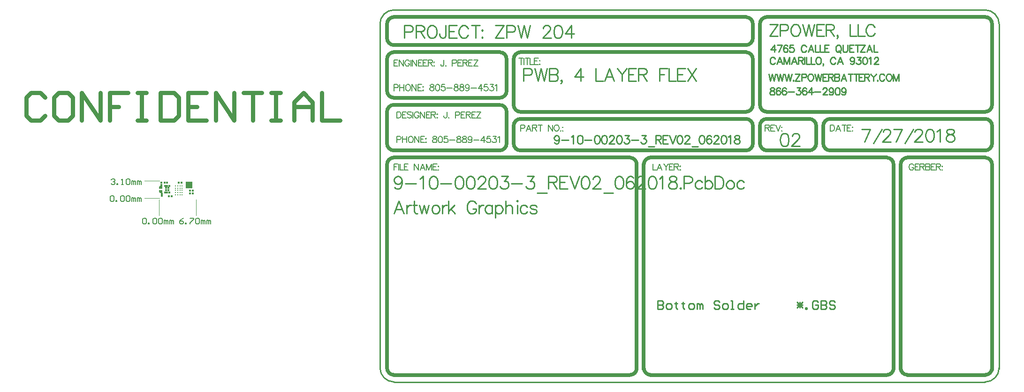
<source format=gbs>
G04*
G04 #@! TF.GenerationSoftware,Altium Limited,Altium Designer,18.1.7 (191)*
G04*
G04 Layer_Color=16711935*
%FSLAX25Y25*%
%MOIN*%
G70*
G01*
G75*
%ADD10C,0.01000*%
%ADD11C,0.02500*%
%ADD12C,0.00201*%
%ADD13C,0.00900*%
%ADD14C,0.02953*%
%ADD15C,0.00500*%
%ADD16C,0.00600*%
%ADD38R,0.01575X0.01339*%
%ADD39R,0.01378X0.01575*%
%ADD43C,0.01535*%
%ADD55C,0.00984*%
%ADD62R,0.04724X0.04724*%
%ADD63R,0.02362X0.01968*%
%ADD64C,0.01083*%
%ADD65C,0.01457*%
%ADD66C,0.01299*%
%ADD67R,0.01575X0.01575*%
%ADD68R,0.01535X0.01772*%
%ADD69R,0.01575X0.01772*%
D10*
X544894Y226738D02*
Y220740D01*
X547893D01*
X548893Y221740D01*
Y222740D01*
X547893Y223739D01*
X544894D01*
X547893D01*
X548893Y224739D01*
Y225739D01*
X547893Y226738D01*
X544894D01*
X551892Y220740D02*
X553891D01*
X554891Y221740D01*
Y223739D01*
X553891Y224739D01*
X551892D01*
X550892Y223739D01*
Y221740D01*
X551892Y220740D01*
X557890Y225739D02*
Y224739D01*
X556890D01*
X558890D01*
X557890D01*
Y221740D01*
X558890Y220740D01*
X562888Y225739D02*
Y224739D01*
X561889D01*
X563888D01*
X562888D01*
Y221740D01*
X563888Y220740D01*
X567887D02*
X569886D01*
X570886Y221740D01*
Y223739D01*
X569886Y224739D01*
X567887D01*
X566887Y223739D01*
Y221740D01*
X567887Y220740D01*
X572885D02*
Y224739D01*
X573885D01*
X574885Y223739D01*
Y220740D01*
Y223739D01*
X575884Y224739D01*
X576884Y223739D01*
Y220740D01*
X588880Y225739D02*
X587881Y226738D01*
X585881D01*
X584881Y225739D01*
Y224739D01*
X585881Y223739D01*
X587881D01*
X588880Y222740D01*
Y221740D01*
X587881Y220740D01*
X585881D01*
X584881Y221740D01*
X591879Y220740D02*
X593879D01*
X594878Y221740D01*
Y223739D01*
X593879Y224739D01*
X591879D01*
X590879Y223739D01*
Y221740D01*
X591879Y220740D01*
X596877D02*
X598877D01*
X597877D01*
Y226738D01*
X596877D01*
X605875D02*
Y220740D01*
X602876D01*
X601876Y221740D01*
Y223739D01*
X602876Y224739D01*
X605875D01*
X610873Y220740D02*
X608874D01*
X607874Y221740D01*
Y223739D01*
X608874Y224739D01*
X610873D01*
X611873Y223739D01*
Y222740D01*
X607874D01*
X613872Y224739D02*
Y220740D01*
Y222740D01*
X614872Y223739D01*
X615871Y224739D01*
X616871D01*
X643862Y225739D02*
X647861Y221740D01*
X643862D02*
X647861Y225739D01*
X643862Y223739D02*
X647861D01*
X645862Y221740D02*
Y225739D01*
X649860Y220740D02*
Y221740D01*
X650860D01*
Y220740D01*
X649860D01*
X658857Y225739D02*
X657858Y226738D01*
X655859D01*
X654859Y225739D01*
Y221740D01*
X655859Y220740D01*
X657858D01*
X658857Y221740D01*
Y223739D01*
X656858D01*
X660857Y226738D02*
Y220740D01*
X663856D01*
X664856Y221740D01*
Y222740D01*
X663856Y223739D01*
X660857D01*
X663856D01*
X664856Y224739D01*
Y225739D01*
X663856Y226738D01*
X660857D01*
X670854Y225739D02*
X669854Y226738D01*
X667855D01*
X666855Y225739D01*
Y224739D01*
X667855Y223739D01*
X669854D01*
X670854Y222740D01*
Y221740D01*
X669854Y220740D01*
X667855D01*
X666855Y221740D01*
X787532Y423682D02*
G03*
X777532Y433682I-10000J0D01*
G01*
Y168921D02*
G03*
X787532Y178921I0J10000D01*
G01*
X347532Y179022D02*
G03*
X357455Y168923I10100J0D01*
G01*
X357532Y433682D02*
G03*
X347532Y423682I0J-10000D01*
G01*
X357532Y168922D02*
X777532D01*
X357532Y433682D02*
X777532D01*
X787532Y178236D02*
Y423682D01*
X347532Y178727D02*
Y423682D01*
D11*
X530032Y323682D02*
G03*
X525032Y328682I-5000J0D01*
G01*
X525148Y173921D02*
G03*
X530030Y178889I84J4800D01*
G01*
X540032Y328682D02*
G03*
X535032Y323682I0J-5000D01*
G01*
Y178921D02*
G03*
X539944Y173922I5000J0D01*
G01*
X712532Y323682D02*
G03*
X707532Y328682I-5000J0D01*
G01*
X707648Y173921D02*
G03*
X712530Y178889I84J4800D01*
G01*
X717532Y178822D02*
G03*
X722517Y173922I4900J0D01*
G01*
X722532Y328682D02*
G03*
X717532Y323682I0J-5000D01*
G01*
X437532Y398782D02*
G03*
X432632Y403682I-4900J0D01*
G01*
X432732Y371182D02*
G03*
X437532Y375982I0J4800D01*
G01*
Y361282D02*
G03*
X432461Y366179I-4900J0D01*
G01*
X442532Y366082D02*
G03*
X447432Y361182I4900J0D01*
G01*
X442532Y338582D02*
G03*
X447432Y333682I4900J0D01*
G01*
X432632D02*
G03*
X437532Y338582I0J4900D01*
G01*
X612532Y351282D02*
G03*
X607632Y356182I-4900J0D01*
G01*
Y333682D02*
G03*
X612531Y338668I0J4900D01*
G01*
X617532Y338782D02*
G03*
X622543Y333683I5100J0D01*
G01*
X622332Y356182D02*
G03*
X617538Y351131I0J-4800D01*
G01*
X447532Y356182D02*
G03*
X442532Y351182I0J-5000D01*
G01*
X447532Y403682D02*
G03*
X442532Y398682I0J-5000D01*
G01*
X352532Y338682D02*
G03*
X357444Y333683I5000J0D01*
G01*
X357532Y366182D02*
G03*
X352532Y361182I0J-5000D01*
G01*
Y376182D02*
G03*
X357532Y371182I5000J0D01*
G01*
Y403682D02*
G03*
X352532Y398682I0J-5000D01*
G01*
Y413682D02*
G03*
X357532Y408682I5000J0D01*
G01*
Y428682D02*
G03*
X352532Y423682I0J-5000D01*
G01*
X612532D02*
G03*
X607532Y428682I-5000J0D01*
G01*
X622532D02*
G03*
X617532Y423682I0J-5000D01*
G01*
X607532Y408682D02*
G03*
X612532Y413682I0J5000D01*
G01*
Y398682D02*
G03*
X607532Y403682I-5000J0D01*
G01*
X357532Y328682D02*
G03*
X352532Y323682I0J-5000D01*
G01*
X607619Y361182D02*
G03*
X612533Y366182I-87J5000D01*
G01*
X352532Y178921D02*
G03*
X357444Y173922I5000J0D01*
G01*
X657532Y351282D02*
G03*
X652632Y356182I-4900J0D01*
G01*
X652532Y333682D02*
G03*
X657532Y338682I0J5000D01*
G01*
X777532Y173922D02*
G03*
X782532Y178921I0J5000D01*
G01*
X782532Y323770D02*
G03*
X777532Y328683I-5000J-87D01*
G01*
Y333682D02*
G03*
X782532Y338682I0J5000D01*
G01*
Y423782D02*
G03*
X777461Y428679I-4900J0D01*
G01*
X617532Y366182D02*
G03*
X622532Y361182I5000J0D01*
G01*
X777532D02*
G03*
X782532Y366182I0J5000D01*
G01*
X667532Y356182D02*
G03*
X662532Y351182I0J-5000D01*
G01*
X782532Y351282D02*
G03*
X777632Y356182I-4900J0D01*
G01*
X662532Y338582D02*
G03*
X667517Y333683I4900J0D01*
G01*
X540032Y173922D02*
X707532D01*
X357532D02*
X525032D01*
X357532Y328682D02*
X525032D01*
X540032D02*
X707532D01*
X722532Y173922D02*
X777532D01*
X722532Y328682D02*
X777532D01*
X357532Y428682D02*
X607532D01*
X357532Y333682D02*
X432532D01*
X357532Y366182D02*
X432532D01*
X357532Y371182D02*
X432532D01*
X357532Y403682D02*
X432532D01*
X357532Y408682D02*
X607532D01*
X447532Y403682D02*
X607532D01*
X447532Y356182D02*
X607532D01*
X447532Y333682D02*
X607532D01*
X622532D02*
X652532D01*
X622532Y356182D02*
X652532D01*
X667532Y333682D02*
X777532D01*
X622532Y428682D02*
X777532D01*
X447532Y361182D02*
X607619D01*
X622532D02*
X777532D01*
X667532Y356182D02*
X777532D01*
X530029Y178972D02*
X530032Y323682D01*
X535032Y178236D02*
Y323682D01*
X712529Y178236D02*
X712532Y323682D01*
X717532Y177990D02*
Y323682D01*
X352532Y338682D02*
Y361182D01*
X437532Y338682D02*
Y361182D01*
X352532Y376182D02*
Y398682D01*
X437532Y376182D02*
Y398682D01*
X352532Y413682D02*
Y423682D01*
X612532Y413682D02*
Y423682D01*
Y366182D02*
Y398682D01*
X442532Y366182D02*
Y398682D01*
X612532Y338682D02*
Y351182D01*
X442532Y338682D02*
Y351182D01*
X617532Y338682D02*
Y351182D01*
X657532Y338682D02*
Y351182D01*
X782532Y177745D02*
Y323682D01*
Y338682D02*
Y351282D01*
X352395Y178727D02*
X352532Y323682D01*
X617532Y366182D02*
Y423682D01*
X782532Y366182D02*
Y423682D01*
X662532Y338682D02*
Y351182D01*
D12*
X190499Y287573D02*
Y298923D01*
X216875Y287573D02*
Y298924D01*
X180061Y299902D02*
X190926D01*
X180061Y312107D02*
X190926D01*
D13*
X627735Y408701D02*
X625355Y405368D01*
X628925D01*
X627735Y408701D02*
Y403702D01*
X633139Y408701D02*
X630758Y403702D01*
X629806Y408701D02*
X633139D01*
X637114Y407986D02*
X636876Y408463D01*
X636162Y408701D01*
X635686D01*
X634972Y408463D01*
X634495Y407748D01*
X634257Y406558D01*
Y405368D01*
X634495Y404416D01*
X634972Y403940D01*
X635686Y403702D01*
X635924D01*
X636638Y403940D01*
X637114Y404416D01*
X637352Y405130D01*
Y405368D01*
X637114Y406082D01*
X636638Y406558D01*
X635924Y406796D01*
X635686D01*
X634972Y406558D01*
X634495Y406082D01*
X634257Y405368D01*
X641304Y408701D02*
X638923D01*
X638685Y406558D01*
X638923Y406796D01*
X639637Y407034D01*
X640351D01*
X641066Y406796D01*
X641542Y406320D01*
X641780Y405606D01*
Y405130D01*
X641542Y404416D01*
X641066Y403940D01*
X640351Y403702D01*
X639637D01*
X638923Y403940D01*
X638685Y404178D01*
X638447Y404654D01*
X650397Y407510D02*
X650159Y407986D01*
X649683Y408463D01*
X649207Y408701D01*
X648254D01*
X647778Y408463D01*
X647302Y407986D01*
X647064Y407510D01*
X646826Y406796D01*
Y405606D01*
X647064Y404892D01*
X647302Y404416D01*
X647778Y403940D01*
X648254Y403702D01*
X649207D01*
X649683Y403940D01*
X650159Y404416D01*
X650397Y404892D01*
X655610Y403702D02*
X653706Y408701D01*
X651801Y403702D01*
X652515Y405368D02*
X654896D01*
X656776Y408701D02*
Y403702D01*
X659633D01*
X660181Y408701D02*
Y403702D01*
X663037D01*
X666679Y408701D02*
X663585D01*
Y403702D01*
X666679D01*
X663585Y406320D02*
X665489D01*
X672868Y408701D02*
X672392Y408463D01*
X671916Y407986D01*
X671678Y407510D01*
X671440Y406796D01*
Y405606D01*
X671678Y404892D01*
X671916Y404416D01*
X672392Y403940D01*
X672868Y403702D01*
X673820D01*
X674297Y403940D01*
X674773Y404416D01*
X675011Y404892D01*
X675249Y405606D01*
Y406796D01*
X675011Y407510D01*
X674773Y407986D01*
X674297Y408463D01*
X673820Y408701D01*
X672868D01*
X673582Y404654D02*
X675011Y403226D01*
X676415Y408701D02*
Y405130D01*
X676653Y404416D01*
X677129Y403940D01*
X677843Y403702D01*
X678319D01*
X679034Y403940D01*
X679510Y404416D01*
X679748Y405130D01*
Y408701D01*
X684223D02*
X681128D01*
Y403702D01*
X684223D01*
X681128Y406320D02*
X683033D01*
X686722Y408701D02*
Y403702D01*
X685056Y408701D02*
X688389D01*
X692316D02*
X688984Y403702D01*
Y408701D02*
X692316D01*
X688984Y403702D02*
X692316D01*
X697244D02*
X695340Y408701D01*
X693435Y403702D01*
X694149Y405368D02*
X696530D01*
X698410Y408701D02*
Y403702D01*
X701267D01*
X628294Y398876D02*
X628056Y399352D01*
X627580Y399828D01*
X627104Y400066D01*
X626152D01*
X625676Y399828D01*
X625200Y399352D01*
X624962Y398876D01*
X624724Y398161D01*
Y396971D01*
X624962Y396257D01*
X625200Y395781D01*
X625676Y395305D01*
X626152Y395067D01*
X627104D01*
X627580Y395305D01*
X628056Y395781D01*
X628294Y396257D01*
X633508Y395067D02*
X631603Y400066D01*
X629699Y395067D01*
X630413Y396733D02*
X632794D01*
X634674Y400066D02*
Y395067D01*
Y400066D02*
X636578Y395067D01*
X638483Y400066D02*
X636578Y395067D01*
X638483Y400066D02*
Y395067D01*
X643720D02*
X641815Y400066D01*
X639911Y395067D01*
X640625Y396733D02*
X643006D01*
X644886Y400066D02*
Y395067D01*
Y400066D02*
X647028D01*
X647743Y399828D01*
X647981Y399590D01*
X648219Y399114D01*
Y398638D01*
X647981Y398161D01*
X647743Y397923D01*
X647028Y397685D01*
X644886D01*
X646552D02*
X648219Y395067D01*
X649338Y400066D02*
Y395067D01*
X650385Y400066D02*
Y395067D01*
X653241D01*
X653789Y400066D02*
Y395067D01*
X656645D01*
X658621Y400066D02*
X658145Y399828D01*
X657669Y399352D01*
X657431Y398876D01*
X657193Y398161D01*
Y396971D01*
X657431Y396257D01*
X657669Y395781D01*
X658145Y395305D01*
X658621Y395067D01*
X659573D01*
X660049Y395305D01*
X660526Y395781D01*
X660764Y396257D01*
X661002Y396971D01*
Y398161D01*
X660764Y398876D01*
X660526Y399352D01*
X660049Y399828D01*
X659573Y400066D01*
X658621D01*
X662644Y395305D02*
X662406Y395067D01*
X662168Y395305D01*
X662406Y395543D01*
X662644Y395305D01*
Y394829D01*
X662406Y394353D01*
X662168Y394115D01*
X671238Y398876D02*
X671000Y399352D01*
X670524Y399828D01*
X670047Y400066D01*
X669095D01*
X668619Y399828D01*
X668143Y399352D01*
X667905Y398876D01*
X667667Y398161D01*
Y396971D01*
X667905Y396257D01*
X668143Y395781D01*
X668619Y395305D01*
X669095Y395067D01*
X670047D01*
X670524Y395305D01*
X671000Y395781D01*
X671238Y396257D01*
X676451Y395067D02*
X674546Y400066D01*
X672642Y395067D01*
X673356Y396733D02*
X675737D01*
X684640Y398399D02*
X684401Y397685D01*
X683925Y397209D01*
X683211Y396971D01*
X682973D01*
X682259Y397209D01*
X681783Y397685D01*
X681545Y398399D01*
Y398638D01*
X681783Y399352D01*
X682259Y399828D01*
X682973Y400066D01*
X683211D01*
X683925Y399828D01*
X684401Y399352D01*
X684640Y398399D01*
Y397209D01*
X684401Y396019D01*
X683925Y395305D01*
X683211Y395067D01*
X682735D01*
X682021Y395305D01*
X681783Y395781D01*
X686472Y400066D02*
X689091D01*
X687663Y398161D01*
X688377D01*
X688853Y397923D01*
X689091Y397685D01*
X689329Y396971D01*
Y396495D01*
X689091Y395781D01*
X688615Y395305D01*
X687901Y395067D01*
X687187D01*
X686472Y395305D01*
X686234Y395543D01*
X685996Y396019D01*
X691876Y400066D02*
X691162Y399828D01*
X690686Y399114D01*
X690448Y397923D01*
Y397209D01*
X690686Y396019D01*
X691162Y395305D01*
X691876Y395067D01*
X692352D01*
X693066Y395305D01*
X693542Y396019D01*
X693780Y397209D01*
Y397923D01*
X693542Y399114D01*
X693066Y399828D01*
X692352Y400066D01*
X691876D01*
X694899Y399114D02*
X695375Y399352D01*
X696089Y400066D01*
Y395067D01*
X698803Y398876D02*
Y399114D01*
X699041Y399590D01*
X699279Y399828D01*
X699755Y400066D01*
X700707D01*
X701184Y399828D01*
X701422Y399590D01*
X701660Y399114D01*
Y398638D01*
X701422Y398161D01*
X700946Y397447D01*
X698565Y395067D01*
X701898D01*
X365032Y417967D02*
X368888D01*
X370173Y418396D01*
X370602Y418824D01*
X371030Y419681D01*
Y420966D01*
X370602Y421824D01*
X370173Y422252D01*
X368888Y422680D01*
X365032D01*
Y413682D01*
X373044Y422680D02*
Y413682D01*
Y422680D02*
X376901D01*
X378186Y422252D01*
X378614Y421824D01*
X379043Y420966D01*
Y420110D01*
X378614Y419253D01*
X378186Y418824D01*
X376901Y418396D01*
X373044D01*
X376044D02*
X379043Y413682D01*
X383628Y422680D02*
X382771Y422252D01*
X381914Y421395D01*
X381485Y420538D01*
X381057Y419253D01*
Y417110D01*
X381485Y415825D01*
X381914Y414968D01*
X382771Y414111D01*
X383628Y413682D01*
X385342D01*
X386198Y414111D01*
X387055Y414968D01*
X387484Y415825D01*
X387912Y417110D01*
Y419253D01*
X387484Y420538D01*
X387055Y421395D01*
X386198Y422252D01*
X385342Y422680D01*
X383628D01*
X394297D02*
Y415825D01*
X393868Y414539D01*
X393440Y414111D01*
X392583Y413682D01*
X391726D01*
X390869Y414111D01*
X390441Y414539D01*
X390012Y415825D01*
Y416682D01*
X402181Y422680D02*
X396611D01*
Y413682D01*
X402181D01*
X396611Y418396D02*
X400038D01*
X410108Y420538D02*
X409679Y421395D01*
X408822Y422252D01*
X407965Y422680D01*
X406251D01*
X405394Y422252D01*
X404537Y421395D01*
X404109Y420538D01*
X403681Y419253D01*
Y417110D01*
X404109Y415825D01*
X404537Y414968D01*
X405394Y414111D01*
X406251Y413682D01*
X407965D01*
X408822Y414111D01*
X409679Y414968D01*
X410108Y415825D01*
X415635Y422680D02*
Y413682D01*
X412636Y422680D02*
X418634D01*
X420134Y419681D02*
X419706Y419253D01*
X420134Y418824D01*
X420563Y419253D01*
X420134Y419681D01*
Y414539D02*
X419706Y414111D01*
X420134Y413682D01*
X420563Y414111D01*
X420134Y414539D01*
X435602Y422680D02*
X429603Y413682D01*
Y422680D02*
X435602D01*
X429603Y413682D02*
X435602D01*
X437616Y417967D02*
X441472D01*
X442758Y418396D01*
X443186Y418824D01*
X443615Y419681D01*
Y420966D01*
X443186Y421824D01*
X442758Y422252D01*
X441472Y422680D01*
X437616D01*
Y413682D01*
X445629Y422680D02*
X447771Y413682D01*
X449913Y422680D02*
X447771Y413682D01*
X449913Y422680D02*
X452056Y413682D01*
X454198Y422680D02*
X452056Y413682D01*
X463496Y420538D02*
Y420966D01*
X463925Y421824D01*
X464353Y422252D01*
X465210Y422680D01*
X466924D01*
X467781Y422252D01*
X468210Y421824D01*
X468638Y420966D01*
Y420110D01*
X468210Y419253D01*
X467352Y417967D01*
X463068Y413682D01*
X469066D01*
X473651Y422680D02*
X472366Y422252D01*
X471509Y420966D01*
X471080Y418824D01*
Y417539D01*
X471509Y415396D01*
X472366Y414111D01*
X473651Y413682D01*
X474508D01*
X475794Y414111D01*
X476650Y415396D01*
X477079Y417539D01*
Y418824D01*
X476650Y420966D01*
X475794Y422252D01*
X474508Y422680D01*
X473651D01*
X483378D02*
X479093Y416682D01*
X485520D01*
X483378Y422680D02*
Y413682D01*
X623824Y388273D02*
X625014Y383274D01*
X626204Y388273D02*
X625014Y383274D01*
X626204Y388273D02*
X627394Y383274D01*
X628585Y388273D02*
X627394Y383274D01*
X629585Y388273D02*
X630775Y383274D01*
X631965Y388273D02*
X630775Y383274D01*
X631965Y388273D02*
X633155Y383274D01*
X634345Y388273D02*
X633155Y383274D01*
X635345Y388273D02*
X636535Y383274D01*
X637726Y388273D02*
X636535Y383274D01*
X637726Y388273D02*
X638916Y383274D01*
X640106Y388273D02*
X638916Y383274D01*
X641344Y383750D02*
X641106Y383512D01*
X641344Y383274D01*
X641582Y383512D01*
X641344Y383750D01*
X646009Y388273D02*
X642677Y383274D01*
Y388273D02*
X646009D01*
X642677Y383274D02*
X646009D01*
X647128Y385654D02*
X649271D01*
X649985Y385892D01*
X650223Y386130D01*
X650461Y386606D01*
Y387320D01*
X650223Y387797D01*
X649985Y388035D01*
X649271Y388273D01*
X647128D01*
Y383274D01*
X653008Y388273D02*
X652532Y388035D01*
X652056Y387559D01*
X651818Y387082D01*
X651580Y386368D01*
Y385178D01*
X651818Y384464D01*
X652056Y383988D01*
X652532Y383512D01*
X653008Y383274D01*
X653960D01*
X654436Y383512D01*
X654912Y383988D01*
X655150Y384464D01*
X655388Y385178D01*
Y386368D01*
X655150Y387082D01*
X654912Y387559D01*
X654436Y388035D01*
X653960Y388273D01*
X653008D01*
X656555D02*
X657745Y383274D01*
X658935Y388273D02*
X657745Y383274D01*
X658935Y388273D02*
X660125Y383274D01*
X661316Y388273D02*
X660125Y383274D01*
X665410Y388273D02*
X662316D01*
Y383274D01*
X665410D01*
X662316Y385892D02*
X664220D01*
X666243Y388273D02*
Y383274D01*
Y388273D02*
X668386D01*
X669100Y388035D01*
X669338Y387797D01*
X669576Y387320D01*
Y386844D01*
X669338Y386368D01*
X669100Y386130D01*
X668386Y385892D01*
X666243D01*
X667910D02*
X669576Y383274D01*
X670695Y388273D02*
Y383274D01*
Y388273D02*
X672837D01*
X673551Y388035D01*
X673789Y387797D01*
X674027Y387320D01*
Y386844D01*
X673789Y386368D01*
X673551Y386130D01*
X672837Y385892D01*
X670695D02*
X672837D01*
X673551Y385654D01*
X673789Y385416D01*
X674027Y384940D01*
Y384226D01*
X673789Y383750D01*
X673551Y383512D01*
X672837Y383274D01*
X670695D01*
X678955D02*
X677050Y388273D01*
X675146Y383274D01*
X675860Y384940D02*
X678241D01*
X681788Y388273D02*
Y383274D01*
X680121Y388273D02*
X683454D01*
X685715D02*
Y383274D01*
X684049Y388273D02*
X687382D01*
X691071D02*
X687977D01*
Y383274D01*
X691071D01*
X687977Y385892D02*
X689881D01*
X691904Y388273D02*
Y383274D01*
Y388273D02*
X694047D01*
X694761Y388035D01*
X694999Y387797D01*
X695237Y387320D01*
Y386844D01*
X694999Y386368D01*
X694761Y386130D01*
X694047Y385892D01*
X691904D01*
X693571D02*
X695237Y383274D01*
X696356Y388273D02*
X698260Y385892D01*
Y383274D01*
X700165Y388273D02*
X698260Y385892D01*
X701045Y383750D02*
X700807Y383512D01*
X701045Y383274D01*
X701283Y383512D01*
X701045Y383750D01*
X705949Y387082D02*
X705711Y387559D01*
X705235Y388035D01*
X704759Y388273D01*
X703807D01*
X703331Y388035D01*
X702854Y387559D01*
X702616Y387082D01*
X702378Y386368D01*
Y385178D01*
X702616Y384464D01*
X702854Y383988D01*
X703331Y383512D01*
X703807Y383274D01*
X704759D01*
X705235Y383512D01*
X705711Y383988D01*
X705949Y384464D01*
X708782Y388273D02*
X708306Y388035D01*
X707830Y387559D01*
X707592Y387082D01*
X707353Y386368D01*
Y385178D01*
X707592Y384464D01*
X707830Y383988D01*
X708306Y383512D01*
X708782Y383274D01*
X709734D01*
X710210Y383512D01*
X710686Y383988D01*
X710924Y384464D01*
X711162Y385178D01*
Y386368D01*
X710924Y387082D01*
X710686Y387559D01*
X710210Y388035D01*
X709734Y388273D01*
X708782D01*
X712329D02*
Y383274D01*
Y388273D02*
X714233Y383274D01*
X716137Y388273D02*
X714233Y383274D01*
X716137Y388273D02*
Y383274D01*
X474980Y342441D02*
X474699Y341597D01*
X474136Y341035D01*
X473293Y340754D01*
X473012D01*
X472168Y341035D01*
X471606Y341597D01*
X471325Y342441D01*
Y342722D01*
X471606Y343565D01*
X472168Y344128D01*
X473012Y344409D01*
X473293D01*
X474136Y344128D01*
X474699Y343565D01*
X474980Y342441D01*
Y341035D01*
X474699Y339629D01*
X474136Y338786D01*
X473293Y338505D01*
X472731D01*
X471887Y338786D01*
X471606Y339348D01*
X476583Y341035D02*
X481643D01*
X483387Y343284D02*
X483949Y343565D01*
X484792Y344409D01*
Y338505D01*
X489403Y344409D02*
X488560Y344128D01*
X487997Y343284D01*
X487716Y341879D01*
Y341035D01*
X487997Y339629D01*
X488560Y338786D01*
X489403Y338505D01*
X489965D01*
X490809Y338786D01*
X491371Y339629D01*
X491652Y341035D01*
Y341879D01*
X491371Y343284D01*
X490809Y344128D01*
X489965Y344409D01*
X489403D01*
X492974Y341035D02*
X498035D01*
X501465Y344409D02*
X500621Y344128D01*
X500059Y343284D01*
X499778Y341879D01*
Y341035D01*
X500059Y339629D01*
X500621Y338786D01*
X501465Y338505D01*
X502027D01*
X502871Y338786D01*
X503433Y339629D01*
X503714Y341035D01*
Y341879D01*
X503433Y343284D01*
X502871Y344128D01*
X502027Y344409D01*
X501465D01*
X506722D02*
X505879Y344128D01*
X505317Y343284D01*
X505035Y341879D01*
Y341035D01*
X505317Y339629D01*
X505879Y338786D01*
X506722Y338505D01*
X507285D01*
X508128Y338786D01*
X508690Y339629D01*
X508972Y341035D01*
Y341879D01*
X508690Y343284D01*
X508128Y344128D01*
X507285Y344409D01*
X506722D01*
X510574Y343003D02*
Y343284D01*
X510855Y343847D01*
X511136Y344128D01*
X511699Y344409D01*
X512823D01*
X513386Y344128D01*
X513667Y343847D01*
X513948Y343284D01*
Y342722D01*
X513667Y342160D01*
X513105Y341316D01*
X510293Y338505D01*
X514229D01*
X517238Y344409D02*
X516394Y344128D01*
X515832Y343284D01*
X515551Y341879D01*
Y341035D01*
X515832Y339629D01*
X516394Y338786D01*
X517238Y338505D01*
X517800D01*
X518643Y338786D01*
X519206Y339629D01*
X519487Y341035D01*
Y341879D01*
X519206Y343284D01*
X518643Y344128D01*
X517800Y344409D01*
X517238D01*
X521371D02*
X524463D01*
X522776Y342160D01*
X523620D01*
X524182Y341879D01*
X524463Y341597D01*
X524744Y340754D01*
Y340192D01*
X524463Y339348D01*
X523901Y338786D01*
X523057Y338505D01*
X522214D01*
X521371Y338786D01*
X521089Y339067D01*
X520808Y339629D01*
X526066Y341035D02*
X531127D01*
X533432Y344409D02*
X536525D01*
X534838Y342160D01*
X535681D01*
X536244Y341879D01*
X536525Y341597D01*
X536806Y340754D01*
Y340192D01*
X536525Y339348D01*
X535962Y338786D01*
X535119Y338505D01*
X534275D01*
X533432Y338786D01*
X533151Y339067D01*
X532870Y339629D01*
X538127Y336537D02*
X542626D01*
X543385Y344409D02*
Y338505D01*
Y344409D02*
X545915D01*
X546759Y344128D01*
X547040Y343847D01*
X547321Y343284D01*
Y342722D01*
X547040Y342160D01*
X546759Y341879D01*
X545915Y341597D01*
X543385D01*
X545353D02*
X547321Y338505D01*
X552297Y344409D02*
X548642D01*
Y338505D01*
X552297D01*
X548642Y341597D02*
X550892D01*
X553281Y344409D02*
X555531Y338505D01*
X557780Y344409D02*
X555531Y338505D01*
X560226Y344409D02*
X559383Y344128D01*
X558820Y343284D01*
X558539Y341879D01*
Y341035D01*
X558820Y339629D01*
X559383Y338786D01*
X560226Y338505D01*
X560788D01*
X561632Y338786D01*
X562194Y339629D01*
X562475Y341035D01*
Y341879D01*
X562194Y343284D01*
X561632Y344128D01*
X560788Y344409D01*
X560226D01*
X564078Y343003D02*
Y343284D01*
X564359Y343847D01*
X564640Y344128D01*
X565203Y344409D01*
X566327D01*
X566889Y344128D01*
X567171Y343847D01*
X567452Y343284D01*
Y342722D01*
X567171Y342160D01*
X566608Y341316D01*
X563797Y338505D01*
X567733D01*
X569054Y336537D02*
X573553D01*
X575999Y344409D02*
X575155Y344128D01*
X574593Y343284D01*
X574312Y341879D01*
Y341035D01*
X574593Y339629D01*
X575155Y338786D01*
X575999Y338505D01*
X576561D01*
X577405Y338786D01*
X577967Y339629D01*
X578248Y341035D01*
Y341879D01*
X577967Y343284D01*
X577405Y344128D01*
X576561Y344409D01*
X575999D01*
X582943Y343565D02*
X582662Y344128D01*
X581819Y344409D01*
X581256D01*
X580413Y344128D01*
X579851Y343284D01*
X579569Y341879D01*
Y340473D01*
X579851Y339348D01*
X580413Y338786D01*
X581256Y338505D01*
X581538D01*
X582381Y338786D01*
X582943Y339348D01*
X583224Y340192D01*
Y340473D01*
X582943Y341316D01*
X582381Y341879D01*
X581538Y342160D01*
X581256D01*
X580413Y341879D01*
X579851Y341316D01*
X579569Y340473D01*
X584799Y343003D02*
Y343284D01*
X585080Y343847D01*
X585361Y344128D01*
X585924Y344409D01*
X587048D01*
X587610Y344128D01*
X587892Y343847D01*
X588173Y343284D01*
Y342722D01*
X587892Y342160D01*
X587329Y341316D01*
X584518Y338505D01*
X588454D01*
X591462Y344409D02*
X590619Y344128D01*
X590057Y343284D01*
X589775Y341879D01*
Y341035D01*
X590057Y339629D01*
X590619Y338786D01*
X591462Y338505D01*
X592025D01*
X592868Y338786D01*
X593430Y339629D01*
X593712Y341035D01*
Y341879D01*
X593430Y343284D01*
X592868Y344128D01*
X592025Y344409D01*
X591462D01*
X595033Y343284D02*
X595595Y343565D01*
X596439Y344409D01*
Y338505D01*
X600769Y344409D02*
X599925Y344128D01*
X599644Y343565D01*
Y343003D01*
X599925Y342441D01*
X600487Y342160D01*
X601612Y341879D01*
X602456Y341597D01*
X603018Y341035D01*
X603299Y340473D01*
Y339629D01*
X603018Y339067D01*
X602737Y338786D01*
X601893Y338505D01*
X600769D01*
X599925Y338786D01*
X599644Y339067D01*
X599363Y339629D01*
Y340473D01*
X599644Y341035D01*
X600206Y341597D01*
X601050Y341879D01*
X602174Y342160D01*
X602737Y342441D01*
X603018Y343003D01*
Y343565D01*
X602737Y344128D01*
X601893Y344409D01*
X600769D01*
X449639Y387342D02*
X453495D01*
X454780Y387771D01*
X455209Y388199D01*
X455638Y389056D01*
Y390341D01*
X455209Y391198D01*
X454780Y391627D01*
X453495Y392055D01*
X449639D01*
Y383057D01*
X457651Y392055D02*
X459794Y383057D01*
X461936Y392055D02*
X459794Y383057D01*
X461936Y392055D02*
X464079Y383057D01*
X466221Y392055D02*
X464079Y383057D01*
X468020Y392055D02*
Y383057D01*
Y392055D02*
X471877D01*
X473162Y391627D01*
X473591Y391198D01*
X474019Y390341D01*
Y389484D01*
X473591Y388627D01*
X473162Y388199D01*
X471877Y387771D01*
X468020D02*
X471877D01*
X473162Y387342D01*
X473591Y386913D01*
X474019Y386057D01*
Y384771D01*
X473591Y383914D01*
X473162Y383486D01*
X471877Y383057D01*
X468020D01*
X476890Y383486D02*
X476462Y383057D01*
X476033Y383486D01*
X476462Y383914D01*
X476890Y383486D01*
Y382629D01*
X476462Y381772D01*
X476033Y381343D01*
X490216Y392055D02*
X485931Y386057D01*
X492358D01*
X490216Y392055D02*
Y383057D01*
X501014Y392055D02*
Y383057D01*
X506155D01*
X513996D02*
X510569Y392055D01*
X507141Y383057D01*
X508426Y386057D02*
X512711D01*
X516096Y392055D02*
X519524Y387771D01*
Y383057D01*
X522952Y392055D02*
X519524Y387771D01*
X529679Y392055D02*
X524109D01*
Y383057D01*
X529679D01*
X524109Y387771D02*
X527536D01*
X531178Y392055D02*
Y383057D01*
Y392055D02*
X535035D01*
X536320Y391627D01*
X536749Y391198D01*
X537177Y390341D01*
Y389484D01*
X536749Y388627D01*
X536320Y388199D01*
X535035Y387771D01*
X531178D01*
X534178D02*
X537177Y383057D01*
X546261Y392055D02*
Y383057D01*
Y392055D02*
X551831D01*
X546261Y387771D02*
X549689D01*
X552859Y392055D02*
Y383057D01*
X558001D01*
X564557Y392055D02*
X558987D01*
Y383057D01*
X564557D01*
X558987Y387771D02*
X562415D01*
X566057Y392055D02*
X572055Y383057D01*
Y392055D02*
X566057Y383057D01*
X363102Y312281D02*
X362673Y310996D01*
X361817Y310139D01*
X360531Y309710D01*
X360103D01*
X358817Y310139D01*
X357960Y310996D01*
X357532Y312281D01*
Y312710D01*
X357960Y313995D01*
X358817Y314852D01*
X360103Y315281D01*
X360531D01*
X361817Y314852D01*
X362673Y313995D01*
X363102Y312281D01*
Y310139D01*
X362673Y307996D01*
X361817Y306711D01*
X360531Y306282D01*
X359674D01*
X358389Y306711D01*
X357960Y307568D01*
X365544Y310139D02*
X373257D01*
X375913Y313567D02*
X376770Y313995D01*
X378056Y315281D01*
Y306282D01*
X385083Y315281D02*
X383798Y314852D01*
X382941Y313567D01*
X382512Y311424D01*
Y310139D01*
X382941Y307996D01*
X383798Y306711D01*
X385083Y306282D01*
X385940D01*
X387225Y306711D01*
X388082Y307996D01*
X388511Y310139D01*
Y311424D01*
X388082Y313567D01*
X387225Y314852D01*
X385940Y315281D01*
X385083D01*
X390525Y310139D02*
X398237D01*
X403465Y315281D02*
X402179Y314852D01*
X401322Y313567D01*
X400894Y311424D01*
Y310139D01*
X401322Y307996D01*
X402179Y306711D01*
X403465Y306282D01*
X404322D01*
X405607Y306711D01*
X406464Y307996D01*
X406892Y310139D01*
Y311424D01*
X406464Y313567D01*
X405607Y314852D01*
X404322Y315281D01*
X403465D01*
X411477D02*
X410192Y314852D01*
X409335Y313567D01*
X408906Y311424D01*
Y310139D01*
X409335Y307996D01*
X410192Y306711D01*
X411477Y306282D01*
X412334D01*
X413620Y306711D01*
X414477Y307996D01*
X414905Y310139D01*
Y311424D01*
X414477Y313567D01*
X413620Y314852D01*
X412334Y315281D01*
X411477D01*
X417347Y313138D02*
Y313567D01*
X417776Y314423D01*
X418204Y314852D01*
X419061Y315281D01*
X420775D01*
X421632Y314852D01*
X422061Y314423D01*
X422489Y313567D01*
Y312710D01*
X422061Y311853D01*
X421204Y310567D01*
X416919Y306282D01*
X422918D01*
X427502Y315281D02*
X426217Y314852D01*
X425360Y313567D01*
X424931Y311424D01*
Y310139D01*
X425360Y307996D01*
X426217Y306711D01*
X427502Y306282D01*
X428359D01*
X429645Y306711D01*
X430502Y307996D01*
X430930Y310139D01*
Y311424D01*
X430502Y313567D01*
X429645Y314852D01*
X428359Y315281D01*
X427502D01*
X433801D02*
X438514D01*
X435944Y311853D01*
X437229D01*
X438086Y311424D01*
X438514Y310996D01*
X438943Y309710D01*
Y308853D01*
X438514Y307568D01*
X437657Y306711D01*
X436372Y306282D01*
X435086D01*
X433801Y306711D01*
X433373Y307139D01*
X432944Y307996D01*
X440957Y310139D02*
X448669D01*
X452183Y315281D02*
X456896D01*
X454325Y311853D01*
X455611D01*
X456468Y311424D01*
X456896Y310996D01*
X457325Y309710D01*
Y308853D01*
X456896Y307568D01*
X456039Y306711D01*
X454754Y306282D01*
X453468D01*
X452183Y306711D01*
X451754Y307139D01*
X451326Y307996D01*
X459338Y303283D02*
X466194D01*
X467351Y315281D02*
Y306282D01*
Y315281D02*
X471207D01*
X472493Y314852D01*
X472921Y314423D01*
X473350Y313567D01*
Y312710D01*
X472921Y311853D01*
X472493Y311424D01*
X471207Y310996D01*
X467351D01*
X470350D02*
X473350Y306282D01*
X480934Y315281D02*
X475364D01*
Y306282D01*
X480934D01*
X475364Y310996D02*
X478791D01*
X482434Y315281D02*
X485861Y306282D01*
X489289Y315281D02*
X485861Y306282D01*
X493017Y315281D02*
X491732Y314852D01*
X490874Y313567D01*
X490446Y311424D01*
Y310139D01*
X490874Y307996D01*
X491732Y306711D01*
X493017Y306282D01*
X493874D01*
X495159Y306711D01*
X496016Y307996D01*
X496445Y310139D01*
Y311424D01*
X496016Y313567D01*
X495159Y314852D01*
X493874Y315281D01*
X493017D01*
X498887Y313138D02*
Y313567D01*
X499316Y314423D01*
X499744Y314852D01*
X500601Y315281D01*
X502315D01*
X503172Y314852D01*
X503600Y314423D01*
X504029Y313567D01*
Y312710D01*
X503600Y311853D01*
X502743Y310567D01*
X498459Y306282D01*
X504457D01*
X506471Y303283D02*
X513327D01*
X517055Y315281D02*
X515769Y314852D01*
X514912Y313567D01*
X514484Y311424D01*
Y310139D01*
X514912Y307996D01*
X515769Y306711D01*
X517055Y306282D01*
X517912D01*
X519197Y306711D01*
X520054Y307996D01*
X520482Y310139D01*
Y311424D01*
X520054Y313567D01*
X519197Y314852D01*
X517912Y315281D01*
X517055D01*
X527638Y313995D02*
X527210Y314852D01*
X525924Y315281D01*
X525067D01*
X523782Y314852D01*
X522925Y313567D01*
X522496Y311424D01*
Y309282D01*
X522925Y307568D01*
X523782Y306711D01*
X525067Y306282D01*
X525496D01*
X526781Y306711D01*
X527638Y307568D01*
X528067Y308853D01*
Y309282D01*
X527638Y310567D01*
X526781Y311424D01*
X525496Y311853D01*
X525067D01*
X523782Y311424D01*
X522925Y310567D01*
X522496Y309282D01*
X530466Y313138D02*
Y313567D01*
X530895Y314423D01*
X531323Y314852D01*
X532180Y315281D01*
X533894D01*
X534751Y314852D01*
X535179Y314423D01*
X535608Y313567D01*
Y312710D01*
X535179Y311853D01*
X534322Y310567D01*
X530038Y306282D01*
X536036D01*
X540621Y315281D02*
X539336Y314852D01*
X538479Y313567D01*
X538050Y311424D01*
Y310139D01*
X538479Y307996D01*
X539336Y306711D01*
X540621Y306282D01*
X541478D01*
X542763Y306711D01*
X543620Y307996D01*
X544049Y310139D01*
Y311424D01*
X543620Y313567D01*
X542763Y314852D01*
X541478Y315281D01*
X540621D01*
X546063Y313567D02*
X546920Y313995D01*
X548205Y315281D01*
Y306282D01*
X554804Y315281D02*
X553518Y314852D01*
X553090Y313995D01*
Y313138D01*
X553518Y312281D01*
X554375Y311853D01*
X556089Y311424D01*
X557375Y310996D01*
X558231Y310139D01*
X558660Y309282D01*
Y307996D01*
X558231Y307139D01*
X557803Y306711D01*
X556518Y306282D01*
X554804D01*
X553518Y306711D01*
X553090Y307139D01*
X552661Y307996D01*
Y309282D01*
X553090Y310139D01*
X553947Y310996D01*
X555232Y311424D01*
X556946Y311853D01*
X557803Y312281D01*
X558231Y313138D01*
Y313995D01*
X557803Y314852D01*
X556518Y315281D01*
X554804D01*
X561102Y307139D02*
X560674Y306711D01*
X561102Y306282D01*
X561531Y306711D01*
X561102Y307139D01*
X563502Y310567D02*
X567358D01*
X568644Y310996D01*
X569072Y311424D01*
X569501Y312281D01*
Y313567D01*
X569072Y314423D01*
X568644Y314852D01*
X567358Y315281D01*
X563502D01*
Y306282D01*
X576656Y310996D02*
X575799Y311853D01*
X574942Y312281D01*
X573657D01*
X572800Y311853D01*
X571943Y310996D01*
X571514Y309710D01*
Y308853D01*
X571943Y307568D01*
X572800Y306711D01*
X573657Y306282D01*
X574942D01*
X575799Y306711D01*
X576656Y307568D01*
X578584Y315281D02*
Y306282D01*
Y310996D02*
X579441Y311853D01*
X580298Y312281D01*
X581584D01*
X582441Y311853D01*
X583298Y310996D01*
X583726Y309710D01*
Y308853D01*
X583298Y307568D01*
X582441Y306711D01*
X581584Y306282D01*
X580298D01*
X579441Y306711D01*
X578584Y307568D01*
X585654Y315281D02*
Y306282D01*
Y315281D02*
X588654D01*
X589939Y314852D01*
X590796Y313995D01*
X591224Y313138D01*
X591653Y311853D01*
Y309710D01*
X591224Y308425D01*
X590796Y307568D01*
X589939Y306711D01*
X588654Y306282D01*
X585654D01*
X595809Y312281D02*
X594952Y311853D01*
X594095Y310996D01*
X593667Y309710D01*
Y308853D01*
X594095Y307568D01*
X594952Y306711D01*
X595809Y306282D01*
X597095D01*
X597952Y306711D01*
X598809Y307568D01*
X599237Y308853D01*
Y309710D01*
X598809Y310996D01*
X597952Y311853D01*
X597095Y312281D01*
X595809D01*
X606350Y310996D02*
X605493Y311853D01*
X604636Y312281D01*
X603350D01*
X602493Y311853D01*
X601637Y310996D01*
X601208Y309710D01*
Y308853D01*
X601637Y307568D01*
X602493Y306711D01*
X603350Y306282D01*
X604636D01*
X605493Y306711D01*
X606350Y307568D01*
X364387Y288782D02*
X360960Y297780D01*
X357532Y288782D01*
X358817Y291782D02*
X363102D01*
X366487Y294781D02*
Y288782D01*
Y292210D02*
X366915Y293496D01*
X367772Y294353D01*
X368629Y294781D01*
X369915D01*
X372014Y297780D02*
Y290496D01*
X372443Y289211D01*
X373300Y288782D01*
X374157D01*
X370729Y294781D02*
X373728D01*
X375442D02*
X377156Y288782D01*
X378870Y294781D02*
X377156Y288782D01*
X378870Y294781D02*
X380584Y288782D01*
X382298Y294781D02*
X380584Y288782D01*
X386540Y294781D02*
X385683Y294353D01*
X384826Y293496D01*
X384397Y292210D01*
Y291353D01*
X384826Y290068D01*
X385683Y289211D01*
X386540Y288782D01*
X387825D01*
X388682Y289211D01*
X389539Y290068D01*
X389968Y291353D01*
Y292210D01*
X389539Y293496D01*
X388682Y294353D01*
X387825Y294781D01*
X386540D01*
X391939D02*
Y288782D01*
Y292210D02*
X392367Y293496D01*
X393224Y294353D01*
X394081Y294781D01*
X395366D01*
X396181Y297780D02*
Y288782D01*
X400465Y294781D02*
X396181Y290496D01*
X397894Y292210D02*
X400894Y288782D01*
X415805Y295638D02*
X415376Y296495D01*
X414519Y297352D01*
X413662Y297780D01*
X411949D01*
X411092Y297352D01*
X410235Y296495D01*
X409806Y295638D01*
X409378Y294353D01*
Y292210D01*
X409806Y290925D01*
X410235Y290068D01*
X411092Y289211D01*
X411949Y288782D01*
X413662D01*
X414519Y289211D01*
X415376Y290068D01*
X415805Y290925D01*
Y292210D01*
X413662D02*
X415805D01*
X417862Y294781D02*
Y288782D01*
Y292210D02*
X418290Y293496D01*
X419147Y294353D01*
X420004Y294781D01*
X421289D01*
X427245D02*
Y288782D01*
Y293496D02*
X426388Y294353D01*
X425531Y294781D01*
X424246D01*
X423389Y294353D01*
X422532Y293496D01*
X422104Y292210D01*
Y291353D01*
X422532Y290068D01*
X423389Y289211D01*
X424246Y288782D01*
X425531D01*
X426388Y289211D01*
X427245Y290068D01*
X429645Y294781D02*
Y285783D01*
Y293496D02*
X430502Y294353D01*
X431359Y294781D01*
X432644D01*
X433501Y294353D01*
X434358Y293496D01*
X434787Y292210D01*
Y291353D01*
X434358Y290068D01*
X433501Y289211D01*
X432644Y288782D01*
X431359D01*
X430502Y289211D01*
X429645Y290068D01*
X436715Y297780D02*
Y288782D01*
Y293067D02*
X438000Y294353D01*
X438857Y294781D01*
X440142D01*
X441000Y294353D01*
X441428Y293067D01*
Y288782D01*
X444642Y297780D02*
X445070Y297352D01*
X445499Y297780D01*
X445070Y298209D01*
X444642Y297780D01*
X445070Y294781D02*
Y288782D01*
X452226Y293496D02*
X451369Y294353D01*
X450512Y294781D01*
X449226D01*
X448369Y294353D01*
X447512Y293496D01*
X447084Y292210D01*
Y291353D01*
X447512Y290068D01*
X448369Y289211D01*
X449226Y288782D01*
X450512D01*
X451369Y289211D01*
X452226Y290068D01*
X458867Y293496D02*
X458439Y294353D01*
X457153Y294781D01*
X455868D01*
X454582Y294353D01*
X454154Y293496D01*
X454582Y292639D01*
X455439Y292210D01*
X457582Y291782D01*
X458439Y291353D01*
X458867Y290496D01*
Y290068D01*
X458439Y289211D01*
X457153Y288782D01*
X455868D01*
X454582Y289211D01*
X454154Y290068D01*
X634578Y345791D02*
X633292Y345363D01*
X632436Y344077D01*
X632007Y341935D01*
Y340650D01*
X632436Y338507D01*
X633292Y337222D01*
X634578Y336793D01*
X635435D01*
X636720Y337222D01*
X637577Y338507D01*
X638006Y340650D01*
Y341935D01*
X637577Y344077D01*
X636720Y345363D01*
X635435Y345791D01*
X634578D01*
X640448Y343649D02*
Y344077D01*
X640876Y344934D01*
X641305Y345363D01*
X642162Y345791D01*
X643876D01*
X644733Y345363D01*
X645161Y344934D01*
X645590Y344077D01*
Y343220D01*
X645161Y342363D01*
X644304Y341078D01*
X640020Y336793D01*
X646018D01*
X630100Y423476D02*
X624435Y414977D01*
Y423476D02*
X630100D01*
X624435Y414977D02*
X630100D01*
X632002Y419024D02*
X635644D01*
X636858Y419429D01*
X637263Y419833D01*
X637668Y420643D01*
Y421857D01*
X637263Y422666D01*
X636858Y423071D01*
X635644Y423476D01*
X632002D01*
Y414977D01*
X641998Y423476D02*
X641188Y423071D01*
X640379Y422261D01*
X639974Y421452D01*
X639570Y420238D01*
Y418215D01*
X639974Y417001D01*
X640379Y416191D01*
X641188Y415382D01*
X641998Y414977D01*
X643616D01*
X644426Y415382D01*
X645235Y416191D01*
X645640Y417001D01*
X646044Y418215D01*
Y420238D01*
X645640Y421452D01*
X645235Y422261D01*
X644426Y423071D01*
X643616Y423476D01*
X641998D01*
X648027D02*
X650051Y414977D01*
X652074Y423476D02*
X650051Y414977D01*
X652074Y423476D02*
X654098Y414977D01*
X656121Y423476D02*
X654098Y414977D01*
X663081Y423476D02*
X657821D01*
Y414977D01*
X663081D01*
X657821Y419429D02*
X661058D01*
X664498Y423476D02*
Y414977D01*
Y423476D02*
X668140D01*
X669354Y423071D01*
X669758Y422666D01*
X670163Y421857D01*
Y421047D01*
X669758Y420238D01*
X669354Y419833D01*
X668140Y419429D01*
X664498D01*
X667330D02*
X670163Y414977D01*
X672874Y415382D02*
X672470Y414977D01*
X672065Y415382D01*
X672470Y415787D01*
X672874Y415382D01*
Y414573D01*
X672470Y413763D01*
X672065Y413359D01*
X681413Y423476D02*
Y414977D01*
X686269D01*
X687200Y423476D02*
Y414977D01*
X692056D01*
X699057Y421452D02*
X698652Y422261D01*
X697843Y423071D01*
X697034Y423476D01*
X695415D01*
X694605Y423071D01*
X693796Y422261D01*
X693392Y421452D01*
X692987Y420238D01*
Y418215D01*
X693392Y417001D01*
X693796Y416191D01*
X694605Y415382D01*
X695415Y414977D01*
X697034D01*
X697843Y415382D01*
X698652Y416191D01*
X699057Y417001D01*
X696030Y348931D02*
X691746Y339932D01*
X690032Y348931D02*
X696030D01*
X698044Y338647D02*
X704043Y348931D01*
X705071Y346788D02*
Y347217D01*
X705500Y348074D01*
X705928Y348502D01*
X706785Y348931D01*
X708499D01*
X709356Y348502D01*
X709785Y348074D01*
X710213Y347217D01*
Y346360D01*
X709785Y345503D01*
X708928Y344217D01*
X704643Y339932D01*
X710641D01*
X718654Y348931D02*
X714369Y339932D01*
X712655Y348931D02*
X718654D01*
X720668Y338647D02*
X726667Y348931D01*
X727695Y346788D02*
Y347217D01*
X728124Y348074D01*
X728552Y348502D01*
X729409Y348931D01*
X731123D01*
X731980Y348502D01*
X732408Y348074D01*
X732837Y347217D01*
Y346360D01*
X732408Y345503D01*
X731551Y344217D01*
X727267Y339932D01*
X733265D01*
X737850Y348931D02*
X736565Y348502D01*
X735708Y347217D01*
X735279Y345074D01*
Y343789D01*
X735708Y341646D01*
X736565Y340361D01*
X737850Y339932D01*
X738707D01*
X739992Y340361D01*
X740849Y341646D01*
X741278Y343789D01*
Y345074D01*
X740849Y347217D01*
X739992Y348502D01*
X738707Y348931D01*
X737850D01*
X743292Y347217D02*
X744149Y347645D01*
X745434Y348931D01*
Y339932D01*
X752033Y348931D02*
X750747Y348502D01*
X750319Y347645D01*
Y346788D01*
X750747Y345931D01*
X751604Y345503D01*
X753318Y345074D01*
X754604Y344646D01*
X755461Y343789D01*
X755889Y342932D01*
Y341646D01*
X755461Y340789D01*
X755032Y340361D01*
X753747Y339932D01*
X752033D01*
X750747Y340361D01*
X750319Y340789D01*
X749890Y341646D01*
Y342932D01*
X750319Y343789D01*
X751176Y344646D01*
X752461Y345074D01*
X754175Y345503D01*
X755032Y345931D01*
X755461Y346788D01*
Y347645D01*
X755032Y348502D01*
X753747Y348931D01*
X752033D01*
X625829Y378306D02*
X625115Y378068D01*
X624877Y377592D01*
Y377116D01*
X625115Y376640D01*
X625591Y376402D01*
X626543Y376164D01*
X627257Y375926D01*
X627733Y375450D01*
X627971Y374974D01*
Y374259D01*
X627733Y373783D01*
X627495Y373545D01*
X626781Y373307D01*
X625829D01*
X625115Y373545D01*
X624877Y373783D01*
X624639Y374259D01*
Y374974D01*
X624877Y375450D01*
X625353Y375926D01*
X626067Y376164D01*
X627019Y376402D01*
X627495Y376640D01*
X627733Y377116D01*
Y377592D01*
X627495Y378068D01*
X626781Y378306D01*
X625829D01*
X631947Y377592D02*
X631709Y378068D01*
X630995Y378306D01*
X630518D01*
X629804Y378068D01*
X629328Y377354D01*
X629090Y376164D01*
Y374974D01*
X629328Y374021D01*
X629804Y373545D01*
X630518Y373307D01*
X630757D01*
X631471Y373545D01*
X631947Y374021D01*
X632185Y374735D01*
Y374974D01*
X631947Y375688D01*
X631471Y376164D01*
X630757Y376402D01*
X630518D01*
X629804Y376164D01*
X629328Y375688D01*
X629090Y374974D01*
X636136Y377592D02*
X635898Y378068D01*
X635184Y378306D01*
X634708D01*
X633994Y378068D01*
X633518Y377354D01*
X633280Y376164D01*
Y374974D01*
X633518Y374021D01*
X633994Y373545D01*
X634708Y373307D01*
X634946D01*
X635660Y373545D01*
X636136Y374021D01*
X636374Y374735D01*
Y374974D01*
X636136Y375688D01*
X635660Y376164D01*
X634946Y376402D01*
X634708D01*
X633994Y376164D01*
X633518Y375688D01*
X633280Y374974D01*
X637469Y375450D02*
X641754D01*
X643706Y378306D02*
X646325D01*
X644896Y376402D01*
X645611D01*
X646087Y376164D01*
X646325Y375926D01*
X646563Y375212D01*
Y374735D01*
X646325Y374021D01*
X645849Y373545D01*
X645134Y373307D01*
X644420D01*
X643706Y373545D01*
X643468Y373783D01*
X643230Y374259D01*
X650538Y377592D02*
X650300Y378068D01*
X649586Y378306D01*
X649110D01*
X648396Y378068D01*
X647920Y377354D01*
X647681Y376164D01*
Y374974D01*
X647920Y374021D01*
X648396Y373545D01*
X649110Y373307D01*
X649348D01*
X650062Y373545D01*
X650538Y374021D01*
X650776Y374735D01*
Y374974D01*
X650538Y375688D01*
X650062Y376164D01*
X649348Y376402D01*
X649110D01*
X648396Y376164D01*
X647920Y375688D01*
X647681Y374974D01*
X654251Y378306D02*
X651871Y374974D01*
X655442D01*
X654251Y378306D02*
Y373307D01*
X656322Y375450D02*
X660607D01*
X662321Y377116D02*
Y377354D01*
X662559Y377830D01*
X662797Y378068D01*
X663273Y378306D01*
X664225D01*
X664702Y378068D01*
X664940Y377830D01*
X665178Y377354D01*
Y376878D01*
X664940Y376402D01*
X664464Y375688D01*
X662083Y373307D01*
X665416D01*
X669629Y376640D02*
X669391Y375926D01*
X668915Y375450D01*
X668201Y375212D01*
X667963D01*
X667249Y375450D01*
X666773Y375926D01*
X666535Y376640D01*
Y376878D01*
X666773Y377592D01*
X667249Y378068D01*
X667963Y378306D01*
X668201D01*
X668915Y378068D01*
X669391Y377592D01*
X669629Y376640D01*
Y375450D01*
X669391Y374259D01*
X668915Y373545D01*
X668201Y373307D01*
X667725D01*
X667011Y373545D01*
X666773Y374021D01*
X672414Y378306D02*
X671700Y378068D01*
X671224Y377354D01*
X670986Y376164D01*
Y375450D01*
X671224Y374259D01*
X671700Y373545D01*
X672414Y373307D01*
X672890D01*
X673604Y373545D01*
X674081Y374259D01*
X674319Y375450D01*
Y376164D01*
X674081Y377354D01*
X673604Y378068D01*
X672890Y378306D01*
X672414D01*
X678532Y376640D02*
X678294Y375926D01*
X677818Y375450D01*
X677104Y375212D01*
X676866D01*
X676152Y375450D01*
X675675Y375926D01*
X675437Y376640D01*
Y376878D01*
X675675Y377592D01*
X676152Y378068D01*
X676866Y378306D01*
X677104D01*
X677818Y378068D01*
X678294Y377592D01*
X678532Y376640D01*
Y375450D01*
X678294Y374259D01*
X677818Y373545D01*
X677104Y373307D01*
X676628D01*
X675913Y373545D01*
X675675Y374021D01*
D14*
X109463Y371406D02*
X106183Y374685D01*
X99624D01*
X96344Y371406D01*
Y358286D01*
X99624Y355007D01*
X106183D01*
X109463Y358286D01*
X125862Y374685D02*
X119302D01*
X116023Y371406D01*
Y358286D01*
X119302Y355007D01*
X125862D01*
X129142Y358286D01*
Y371406D01*
X125862Y374685D01*
X135701Y355007D02*
Y374685D01*
X148820Y355007D01*
Y374685D01*
X168499D02*
X155380D01*
Y364846D01*
X161940D01*
X155380D01*
Y355007D01*
X175059Y374685D02*
X181618D01*
X178339D01*
Y355007D01*
X175059D01*
X181618D01*
X191458Y374685D02*
Y355007D01*
X201297D01*
X204577Y358286D01*
Y371406D01*
X201297Y374685D01*
X191458D01*
X224255D02*
X211136D01*
Y355007D01*
X224255D01*
X211136Y364846D02*
X217696D01*
X230815Y355007D02*
Y374685D01*
X243934Y355007D01*
Y374685D01*
X250494D02*
X263613D01*
X257053D01*
Y355007D01*
X270172Y374685D02*
X276732D01*
X273452D01*
Y355007D01*
X270172D01*
X276732D01*
X286571D02*
Y368126D01*
X293131Y374685D01*
X299690Y368126D01*
Y355007D01*
Y364846D01*
X286571D01*
X306250Y374685D02*
Y355007D01*
X319369D01*
D15*
X359474Y341418D02*
X361402D01*
X362045Y341632D01*
X362259Y341846D01*
X362473Y342275D01*
Y342917D01*
X362259Y343346D01*
X362045Y343560D01*
X361402Y343774D01*
X359474D01*
Y339275D01*
X363480Y343774D02*
Y339275D01*
X366480Y343774D02*
Y339275D01*
X363480Y341632D02*
X366480D01*
X369008Y343774D02*
X368579Y343560D01*
X368151Y343132D01*
X367936Y342703D01*
X367722Y342060D01*
Y340989D01*
X367936Y340347D01*
X368151Y339918D01*
X368579Y339490D01*
X369008Y339275D01*
X369865D01*
X370293Y339490D01*
X370722Y339918D01*
X370936Y340347D01*
X371150Y340989D01*
Y342060D01*
X370936Y342703D01*
X370722Y343132D01*
X370293Y343560D01*
X369865Y343774D01*
X369008D01*
X372200D02*
Y339275D01*
Y343774D02*
X375199Y339275D01*
Y343774D02*
Y339275D01*
X379227Y343774D02*
X376442D01*
Y339275D01*
X379227D01*
X376442Y341632D02*
X378156D01*
X380191Y342275D02*
X379977Y342060D01*
X380191Y341846D01*
X380405Y342060D01*
X380191Y342275D01*
Y339704D02*
X379977Y339490D01*
X380191Y339275D01*
X380405Y339490D01*
X380191Y339704D01*
X385997Y343774D02*
X385354Y343560D01*
X385140Y343132D01*
Y342703D01*
X385354Y342275D01*
X385783Y342060D01*
X386640Y341846D01*
X387282Y341632D01*
X387711Y341203D01*
X387925Y340775D01*
Y340132D01*
X387711Y339704D01*
X387497Y339490D01*
X386854Y339275D01*
X385997D01*
X385354Y339490D01*
X385140Y339704D01*
X384926Y340132D01*
Y340775D01*
X385140Y341203D01*
X385568Y341632D01*
X386211Y341846D01*
X387068Y342060D01*
X387497Y342275D01*
X387711Y342703D01*
Y343132D01*
X387497Y343560D01*
X386854Y343774D01*
X385997D01*
X390217D02*
X389575Y343560D01*
X389146Y342917D01*
X388932Y341846D01*
Y341203D01*
X389146Y340132D01*
X389575Y339490D01*
X390217Y339275D01*
X390646D01*
X391289Y339490D01*
X391717Y340132D01*
X391931Y341203D01*
Y341846D01*
X391717Y342917D01*
X391289Y343560D01*
X390646Y343774D01*
X390217D01*
X395509D02*
X393367D01*
X393153Y341846D01*
X393367Y342060D01*
X394009Y342275D01*
X394652D01*
X395295Y342060D01*
X395724Y341632D01*
X395938Y340989D01*
Y340561D01*
X395724Y339918D01*
X395295Y339490D01*
X394652Y339275D01*
X394009D01*
X393367Y339490D01*
X393153Y339704D01*
X392938Y340132D01*
X396945Y341203D02*
X400801D01*
X403200Y343774D02*
X402558Y343560D01*
X402343Y343132D01*
Y342703D01*
X402558Y342275D01*
X402986Y342060D01*
X403843Y341846D01*
X404486Y341632D01*
X404914Y341203D01*
X405129Y340775D01*
Y340132D01*
X404914Y339704D01*
X404700Y339490D01*
X404057Y339275D01*
X403200D01*
X402558Y339490D01*
X402343Y339704D01*
X402129Y340132D01*
Y340775D01*
X402343Y341203D01*
X402772Y341632D01*
X403415Y341846D01*
X404272Y342060D01*
X404700Y342275D01*
X404914Y342703D01*
Y343132D01*
X404700Y343560D01*
X404057Y343774D01*
X403200D01*
X407207D02*
X406564Y343560D01*
X406350Y343132D01*
Y342703D01*
X406564Y342275D01*
X406992Y342060D01*
X407849Y341846D01*
X408492Y341632D01*
X408921Y341203D01*
X409135Y340775D01*
Y340132D01*
X408921Y339704D01*
X408706Y339490D01*
X408064Y339275D01*
X407207D01*
X406564Y339490D01*
X406350Y339704D01*
X406136Y340132D01*
Y340775D01*
X406350Y341203D01*
X406778Y341632D01*
X407421Y341846D01*
X408278Y342060D01*
X408706Y342275D01*
X408921Y342703D01*
Y343132D01*
X408706Y343560D01*
X408064Y343774D01*
X407207D01*
X412927Y342275D02*
X412713Y341632D01*
X412284Y341203D01*
X411641Y340989D01*
X411427D01*
X410784Y341203D01*
X410356Y341632D01*
X410142Y342275D01*
Y342489D01*
X410356Y343132D01*
X410784Y343560D01*
X411427Y343774D01*
X411641D01*
X412284Y343560D01*
X412713Y343132D01*
X412927Y342275D01*
Y341203D01*
X412713Y340132D01*
X412284Y339490D01*
X411641Y339275D01*
X411213D01*
X410570Y339490D01*
X410356Y339918D01*
X414148Y341203D02*
X418004D01*
X421475Y343774D02*
X419333Y340775D01*
X422546D01*
X421475Y343774D02*
Y339275D01*
X425910Y343774D02*
X423767D01*
X423553Y341846D01*
X423767Y342060D01*
X424410Y342275D01*
X425053D01*
X425696Y342060D01*
X426124Y341632D01*
X426338Y340989D01*
Y340561D01*
X426124Y339918D01*
X425696Y339490D01*
X425053Y339275D01*
X424410D01*
X423767Y339490D01*
X423553Y339704D01*
X423339Y340132D01*
X427774Y343774D02*
X430130D01*
X428845Y342060D01*
X429488D01*
X429916Y341846D01*
X430130Y341632D01*
X430345Y340989D01*
Y340561D01*
X430130Y339918D01*
X429702Y339490D01*
X429059Y339275D01*
X428416D01*
X427774Y339490D01*
X427560Y339704D01*
X427345Y340132D01*
X431352Y342917D02*
X431780Y343132D01*
X432423Y343774D01*
Y339275D01*
X359474Y361274D02*
Y356775D01*
Y361274D02*
X360974D01*
X361616Y361060D01*
X362045Y360632D01*
X362259Y360203D01*
X362473Y359560D01*
Y358489D01*
X362259Y357847D01*
X362045Y357418D01*
X361616Y356990D01*
X360974Y356775D01*
X359474D01*
X366266Y361274D02*
X363480D01*
Y356775D01*
X366266D01*
X363480Y359132D02*
X365194D01*
X370015Y360632D02*
X369586Y361060D01*
X368944Y361274D01*
X368087D01*
X367444Y361060D01*
X367015Y360632D01*
Y360203D01*
X367230Y359775D01*
X367444Y359560D01*
X367872Y359346D01*
X369158Y358918D01*
X369586Y358703D01*
X369800Y358489D01*
X370015Y358061D01*
Y357418D01*
X369586Y356990D01*
X368944Y356775D01*
X368087D01*
X367444Y356990D01*
X367015Y357418D01*
X371022Y361274D02*
Y356775D01*
X375178Y360203D02*
X374964Y360632D01*
X374535Y361060D01*
X374107Y361274D01*
X373250D01*
X372821Y361060D01*
X372393Y360632D01*
X372179Y360203D01*
X371964Y359560D01*
Y358489D01*
X372179Y357847D01*
X372393Y357418D01*
X372821Y356990D01*
X373250Y356775D01*
X374107D01*
X374535Y356990D01*
X374964Y357418D01*
X375178Y357847D01*
Y358489D01*
X374107D02*
X375178D01*
X376206Y361274D02*
Y356775D01*
Y361274D02*
X379206Y356775D01*
Y361274D02*
Y356775D01*
X383233Y361274D02*
X380448D01*
Y356775D01*
X383233D01*
X380448Y359132D02*
X382162D01*
X383983Y361274D02*
Y356775D01*
Y361274D02*
X385911D01*
X386554Y361060D01*
X386768Y360846D01*
X386982Y360418D01*
Y359989D01*
X386768Y359560D01*
X386554Y359346D01*
X385911Y359132D01*
X383983D01*
X385483D02*
X386982Y356775D01*
X388204Y359775D02*
X387989Y359560D01*
X388204Y359346D01*
X388418Y359560D01*
X388204Y359775D01*
Y357204D02*
X387989Y356990D01*
X388204Y356775D01*
X388418Y356990D01*
X388204Y357204D01*
X395081Y361274D02*
Y357847D01*
X394866Y357204D01*
X394652Y356990D01*
X394224Y356775D01*
X393795D01*
X393367Y356990D01*
X393153Y357204D01*
X392938Y357847D01*
Y358275D01*
X396452Y357204D02*
X396238Y356990D01*
X396452Y356775D01*
X396666Y356990D01*
X396452Y357204D01*
X401187Y358918D02*
X403115D01*
X403757Y359132D01*
X403972Y359346D01*
X404186Y359775D01*
Y360418D01*
X403972Y360846D01*
X403757Y361060D01*
X403115Y361274D01*
X401187D01*
Y356775D01*
X407978Y361274D02*
X405193D01*
Y356775D01*
X407978D01*
X405193Y359132D02*
X406907D01*
X408728Y361274D02*
Y356775D01*
Y361274D02*
X410656D01*
X411299Y361060D01*
X411513Y360846D01*
X411727Y360418D01*
Y359989D01*
X411513Y359560D01*
X411299Y359346D01*
X410656Y359132D01*
X408728D01*
X410227D02*
X411727Y356775D01*
X415519Y361274D02*
X412734D01*
Y356775D01*
X415519D01*
X412734Y359132D02*
X414448D01*
X419268Y361274D02*
X416269Y356775D01*
Y361274D02*
X419268D01*
X416269Y356775D02*
X419268D01*
X360317Y398181D02*
X357532D01*
Y393682D01*
X360317D01*
X357532Y396039D02*
X359245D01*
X361067Y398181D02*
Y393682D01*
Y398181D02*
X364066Y393682D01*
Y398181D02*
Y393682D01*
X368522Y397110D02*
X368308Y397539D01*
X367879Y397967D01*
X367451Y398181D01*
X366594D01*
X366165Y397967D01*
X365737Y397539D01*
X365523Y397110D01*
X365308Y396467D01*
Y395396D01*
X365523Y394754D01*
X365737Y394325D01*
X366165Y393897D01*
X366594Y393682D01*
X367451D01*
X367879Y393897D01*
X368308Y394325D01*
X368522Y394754D01*
Y395396D01*
X367451D02*
X368522D01*
X369550Y398181D02*
Y393682D01*
X370493Y398181D02*
Y393682D01*
Y398181D02*
X373493Y393682D01*
Y398181D02*
Y393682D01*
X377520Y398181D02*
X374735D01*
Y393682D01*
X377520D01*
X374735Y396039D02*
X376449D01*
X381055Y398181D02*
X378270D01*
Y393682D01*
X381055D01*
X378270Y396039D02*
X379984D01*
X381805Y398181D02*
Y393682D01*
Y398181D02*
X383733D01*
X384376Y397967D01*
X384590Y397753D01*
X384804Y397324D01*
Y396896D01*
X384590Y396467D01*
X384376Y396253D01*
X383733Y396039D01*
X381805D01*
X383305D02*
X384804Y393682D01*
X386026Y396682D02*
X385811Y396467D01*
X386026Y396253D01*
X386240Y396467D01*
X386026Y396682D01*
Y394111D02*
X385811Y393897D01*
X386026Y393682D01*
X386240Y393897D01*
X386026Y394111D01*
X392903Y398181D02*
Y394754D01*
X392688Y394111D01*
X392474Y393897D01*
X392046Y393682D01*
X391617D01*
X391189Y393897D01*
X390974Y394111D01*
X390760Y394754D01*
Y395182D01*
X394274Y394111D02*
X394059Y393897D01*
X394274Y393682D01*
X394488Y393897D01*
X394274Y394111D01*
X399008Y395825D02*
X400937D01*
X401579Y396039D01*
X401794Y396253D01*
X402008Y396682D01*
Y397324D01*
X401794Y397753D01*
X401579Y397967D01*
X400937Y398181D01*
X399008D01*
Y393682D01*
X405800Y398181D02*
X403015D01*
Y393682D01*
X405800D01*
X403015Y396039D02*
X404729D01*
X406550Y398181D02*
Y393682D01*
Y398181D02*
X408478D01*
X409121Y397967D01*
X409335Y397753D01*
X409549Y397324D01*
Y396896D01*
X409335Y396467D01*
X409121Y396253D01*
X408478Y396039D01*
X406550D01*
X408049D02*
X409549Y393682D01*
X413341Y398181D02*
X410556D01*
Y393682D01*
X413341D01*
X410556Y396039D02*
X412270D01*
X417090Y398181D02*
X414091Y393682D01*
Y398181D02*
X417090D01*
X414091Y393682D02*
X417090D01*
X726745Y323110D02*
X726531Y323539D01*
X726102Y323967D01*
X725674Y324181D01*
X724817D01*
X724389Y323967D01*
X723960Y323539D01*
X723746Y323110D01*
X723532Y322467D01*
Y321396D01*
X723746Y320754D01*
X723960Y320325D01*
X724389Y319897D01*
X724817Y319682D01*
X725674D01*
X726102Y319897D01*
X726531Y320325D01*
X726745Y320754D01*
Y321396D01*
X725674D02*
X726745D01*
X730559Y324181D02*
X727774D01*
Y319682D01*
X730559D01*
X727774Y322039D02*
X729488D01*
X731309Y324181D02*
Y319682D01*
Y324181D02*
X733237D01*
X733879Y323967D01*
X734094Y323753D01*
X734308Y323324D01*
Y322896D01*
X734094Y322467D01*
X733879Y322253D01*
X733237Y322039D01*
X731309D01*
X732808D02*
X734308Y319682D01*
X735315Y324181D02*
Y319682D01*
Y324181D02*
X737243D01*
X737886Y323967D01*
X738100Y323753D01*
X738314Y323324D01*
Y322896D01*
X738100Y322467D01*
X737886Y322253D01*
X737243Y322039D01*
X735315D02*
X737243D01*
X737886Y321825D01*
X738100Y321611D01*
X738314Y321182D01*
Y320539D01*
X738100Y320111D01*
X737886Y319897D01*
X737243Y319682D01*
X735315D01*
X742106Y324181D02*
X739321D01*
Y319682D01*
X742106D01*
X739321Y322039D02*
X741035D01*
X742856Y324181D02*
Y319682D01*
Y324181D02*
X744784D01*
X745427Y323967D01*
X745641Y323753D01*
X745856Y323324D01*
Y322896D01*
X745641Y322467D01*
X745427Y322253D01*
X744784Y322039D01*
X742856D01*
X744356D02*
X745856Y319682D01*
X747077Y322682D02*
X746862Y322467D01*
X747077Y322253D01*
X747291Y322467D01*
X747077Y322682D01*
Y320111D02*
X746862Y319897D01*
X747077Y319682D01*
X747291Y319897D01*
X747077Y320111D01*
X357532Y324181D02*
Y319682D01*
Y324181D02*
X360317D01*
X357532Y322039D02*
X359246D01*
X360831Y324181D02*
Y319682D01*
X361774Y324181D02*
Y319682D01*
X364345D01*
X367622Y324181D02*
X364837D01*
Y319682D01*
X367622D01*
X364837Y322039D02*
X366551D01*
X371907Y324181D02*
Y319682D01*
Y324181D02*
X374906Y319682D01*
Y324181D02*
Y319682D01*
X379577D02*
X377863Y324181D01*
X376149Y319682D01*
X376792Y321182D02*
X378934D01*
X380627Y324181D02*
Y319682D01*
Y324181D02*
X382341Y319682D01*
X384055Y324181D02*
X382341Y319682D01*
X384055Y324181D02*
Y319682D01*
X388125Y324181D02*
X385340D01*
Y319682D01*
X388125D01*
X385340Y322039D02*
X387054D01*
X389089Y322682D02*
X388875Y322467D01*
X389089Y322253D01*
X389303Y322467D01*
X389089Y322682D01*
Y320111D02*
X388875Y319897D01*
X389089Y319682D01*
X389303Y319897D01*
X389089Y320111D01*
X447781Y399431D02*
Y394932D01*
X446282Y399431D02*
X449281D01*
X449817D02*
Y394932D01*
X452259Y399431D02*
Y394932D01*
X450759Y399431D02*
X453759D01*
X454294D02*
Y394932D01*
X456865D01*
X460143Y399431D02*
X457358D01*
Y394932D01*
X460143D01*
X457358Y397289D02*
X459072D01*
X461107Y397932D02*
X460893Y397717D01*
X461107Y397503D01*
X461321Y397717D01*
X461107Y397932D01*
Y395361D02*
X460893Y395147D01*
X461107Y394932D01*
X461321Y395147D01*
X461107Y395361D01*
X447532Y349575D02*
X449460D01*
X450103Y349789D01*
X450317Y350003D01*
X450531Y350432D01*
Y351075D01*
X450317Y351503D01*
X450103Y351717D01*
X449460Y351931D01*
X447532D01*
Y347432D01*
X454966D02*
X453252Y351931D01*
X451538Y347432D01*
X452181Y348932D02*
X454323D01*
X456015Y351931D02*
Y347432D01*
Y351931D02*
X457944D01*
X458586Y351717D01*
X458801Y351503D01*
X459015Y351075D01*
Y350646D01*
X458801Y350218D01*
X458586Y350003D01*
X457944Y349789D01*
X456015D01*
X457515D02*
X459015Y347432D01*
X461521Y351931D02*
Y347432D01*
X460022Y351931D02*
X463021D01*
X467092D02*
Y347432D01*
Y351931D02*
X470091Y347432D01*
Y351931D02*
Y347432D01*
X472619Y351931D02*
X472191Y351717D01*
X471762Y351289D01*
X471548Y350860D01*
X471334Y350218D01*
Y349146D01*
X471548Y348504D01*
X471762Y348075D01*
X472191Y347647D01*
X472619Y347432D01*
X473476D01*
X473905Y347647D01*
X474333Y348075D01*
X474547Y348504D01*
X474761Y349146D01*
Y350218D01*
X474547Y350860D01*
X474333Y351289D01*
X473905Y351717D01*
X473476Y351931D01*
X472619D01*
X476026Y347861D02*
X475811Y347647D01*
X476026Y347432D01*
X476240Y347647D01*
X476026Y347861D01*
X477439Y350432D02*
X477225Y350218D01*
X477439Y350003D01*
X477654Y350218D01*
X477439Y350432D01*
Y347861D02*
X477225Y347647D01*
X477439Y347432D01*
X477654Y347647D01*
X477439Y347861D01*
X541532Y324181D02*
Y319682D01*
X544102D01*
X548023D02*
X546309Y324181D01*
X544595Y319682D01*
X545238Y321182D02*
X547380D01*
X549073Y324181D02*
X550787Y322039D01*
Y319682D01*
X552501Y324181D02*
X550787Y322039D01*
X555864Y324181D02*
X553079D01*
Y319682D01*
X555864D01*
X553079Y322039D02*
X554793D01*
X556614Y324181D02*
Y319682D01*
Y324181D02*
X558542D01*
X559185Y323967D01*
X559399Y323753D01*
X559614Y323324D01*
Y322896D01*
X559399Y322467D01*
X559185Y322253D01*
X558542Y322039D01*
X556614D01*
X558114D02*
X559614Y319682D01*
X560835Y322682D02*
X560620Y322467D01*
X560835Y322253D01*
X561049Y322467D01*
X560835Y322682D01*
Y320111D02*
X560620Y319897D01*
X560835Y319682D01*
X561049Y319897D01*
X560835Y320111D01*
X357532Y378325D02*
X359460D01*
X360103Y378539D01*
X360317Y378753D01*
X360531Y379182D01*
Y379824D01*
X360317Y380253D01*
X360103Y380467D01*
X359460Y380681D01*
X357532D01*
Y376182D01*
X361538Y380681D02*
Y376182D01*
X364537Y380681D02*
Y376182D01*
X361538Y378539D02*
X364537D01*
X367065Y380681D02*
X366637Y380467D01*
X366208Y380039D01*
X365994Y379610D01*
X365780Y378967D01*
Y377896D01*
X365994Y377254D01*
X366208Y376825D01*
X366637Y376397D01*
X367065Y376182D01*
X367922D01*
X368351Y376397D01*
X368779Y376825D01*
X368993Y377254D01*
X369208Y377896D01*
Y378967D01*
X368993Y379610D01*
X368779Y380039D01*
X368351Y380467D01*
X367922Y380681D01*
X367065D01*
X370257D02*
Y376182D01*
Y380681D02*
X373257Y376182D01*
Y380681D02*
Y376182D01*
X377285Y380681D02*
X374499D01*
Y376182D01*
X377285D01*
X374499Y378539D02*
X376213D01*
X378249Y379182D02*
X378034Y378967D01*
X378249Y378753D01*
X378463Y378967D01*
X378249Y379182D01*
Y376611D02*
X378034Y376397D01*
X378249Y376182D01*
X378463Y376397D01*
X378249Y376611D01*
X384054Y380681D02*
X383412Y380467D01*
X383197Y380039D01*
Y379610D01*
X383412Y379182D01*
X383840Y378967D01*
X384697Y378753D01*
X385340Y378539D01*
X385768Y378111D01*
X385983Y377682D01*
Y377039D01*
X385768Y376611D01*
X385554Y376397D01*
X384911Y376182D01*
X384054D01*
X383412Y376397D01*
X383197Y376611D01*
X382983Y377039D01*
Y377682D01*
X383197Y378111D01*
X383626Y378539D01*
X384269Y378753D01*
X385126Y378967D01*
X385554Y379182D01*
X385768Y379610D01*
Y380039D01*
X385554Y380467D01*
X384911Y380681D01*
X384054D01*
X388275D02*
X387632Y380467D01*
X387204Y379824D01*
X386990Y378753D01*
Y378111D01*
X387204Y377039D01*
X387632Y376397D01*
X388275Y376182D01*
X388703D01*
X389346Y376397D01*
X389775Y377039D01*
X389989Y378111D01*
Y378753D01*
X389775Y379824D01*
X389346Y380467D01*
X388703Y380681D01*
X388275D01*
X393567D02*
X391424D01*
X391210Y378753D01*
X391424Y378967D01*
X392067Y379182D01*
X392710D01*
X393353Y378967D01*
X393781Y378539D01*
X393995Y377896D01*
Y377468D01*
X393781Y376825D01*
X393353Y376397D01*
X392710Y376182D01*
X392067D01*
X391424Y376397D01*
X391210Y376611D01*
X390996Y377039D01*
X395002Y378111D02*
X398858D01*
X401258Y380681D02*
X400615Y380467D01*
X400401Y380039D01*
Y379610D01*
X400615Y379182D01*
X401044Y378967D01*
X401901Y378753D01*
X402543Y378539D01*
X402972Y378111D01*
X403186Y377682D01*
Y377039D01*
X402972Y376611D01*
X402758Y376397D01*
X402115Y376182D01*
X401258D01*
X400615Y376397D01*
X400401Y376611D01*
X400187Y377039D01*
Y377682D01*
X400401Y378111D01*
X400830Y378539D01*
X401472Y378753D01*
X402329Y378967D01*
X402758Y379182D01*
X402972Y379610D01*
Y380039D01*
X402758Y380467D01*
X402115Y380681D01*
X401258D01*
X405264D02*
X404622Y380467D01*
X404407Y380039D01*
Y379610D01*
X404622Y379182D01*
X405050Y378967D01*
X405907Y378753D01*
X406550Y378539D01*
X406978Y378111D01*
X407192Y377682D01*
Y377039D01*
X406978Y376611D01*
X406764Y376397D01*
X406121Y376182D01*
X405264D01*
X404622Y376397D01*
X404407Y376611D01*
X404193Y377039D01*
Y377682D01*
X404407Y378111D01*
X404836Y378539D01*
X405478Y378753D01*
X406335Y378967D01*
X406764Y379182D01*
X406978Y379610D01*
Y380039D01*
X406764Y380467D01*
X406121Y380681D01*
X405264D01*
X410984Y379182D02*
X410770Y378539D01*
X410342Y378111D01*
X409699Y377896D01*
X409485D01*
X408842Y378111D01*
X408414Y378539D01*
X408199Y379182D01*
Y379396D01*
X408414Y380039D01*
X408842Y380467D01*
X409485Y380681D01*
X409699D01*
X410342Y380467D01*
X410770Y380039D01*
X410984Y379182D01*
Y378111D01*
X410770Y377039D01*
X410342Y376397D01*
X409699Y376182D01*
X409270D01*
X408628Y376397D01*
X408414Y376825D01*
X412206Y378111D02*
X416062D01*
X419533Y380681D02*
X417390Y377682D01*
X420604D01*
X419533Y380681D02*
Y376182D01*
X423967Y380681D02*
X421825D01*
X421611Y378753D01*
X421825Y378967D01*
X422468Y379182D01*
X423110D01*
X423753Y378967D01*
X424182Y378539D01*
X424396Y377896D01*
Y377468D01*
X424182Y376825D01*
X423753Y376397D01*
X423110Y376182D01*
X422468D01*
X421825Y376397D01*
X421611Y376611D01*
X421396Y377039D01*
X425831Y380681D02*
X428188D01*
X426902Y378967D01*
X427545D01*
X427974Y378753D01*
X428188Y378539D01*
X428402Y377896D01*
Y377468D01*
X428188Y376825D01*
X427759Y376397D01*
X427117Y376182D01*
X426474D01*
X425831Y376397D01*
X425617Y376611D01*
X425403Y377039D01*
X429409Y379824D02*
X429838Y380039D01*
X430480Y380681D01*
Y376182D01*
X667532Y351931D02*
Y347432D01*
Y351931D02*
X669031D01*
X669674Y351717D01*
X670103Y351289D01*
X670317Y350860D01*
X670531Y350218D01*
Y349146D01*
X670317Y348504D01*
X670103Y348075D01*
X669674Y347647D01*
X669031Y347432D01*
X667532D01*
X674966D02*
X673252Y351931D01*
X671538Y347432D01*
X672181Y348932D02*
X674323D01*
X677515Y351931D02*
Y347432D01*
X676016Y351931D02*
X679015D01*
X682336D02*
X679551D01*
Y347432D01*
X682336D01*
X679551Y349789D02*
X681264D01*
X683300Y350432D02*
X683085Y350218D01*
X683300Y350003D01*
X683514Y350218D01*
X683300Y350432D01*
Y347861D02*
X683085Y347647D01*
X683300Y347432D01*
X683514Y347647D01*
X683300Y347861D01*
X621282Y351931D02*
Y347432D01*
Y351931D02*
X623210D01*
X623852Y351717D01*
X624067Y351503D01*
X624281Y351075D01*
Y350646D01*
X624067Y350218D01*
X623852Y350003D01*
X623210Y349789D01*
X621282D01*
X622781D02*
X624281Y347432D01*
X628073Y351931D02*
X625288D01*
Y347432D01*
X628073D01*
X625288Y349789D02*
X627002D01*
X628823Y351931D02*
X630537Y347432D01*
X632251Y351931D02*
X630537Y347432D01*
X633043Y350432D02*
X632829Y350218D01*
X633043Y350003D01*
X633258Y350218D01*
X633043Y350432D01*
Y347861D02*
X632829Y347647D01*
X633043Y347432D01*
X633258Y347647D01*
X633043Y347861D01*
D16*
X178902Y284707D02*
X179569Y285373D01*
X180902D01*
X181568Y284707D01*
Y282041D01*
X180902Y281375D01*
X179569D01*
X178902Y282041D01*
Y284707D01*
X182901Y281375D02*
Y282041D01*
X183568D01*
Y281375D01*
X182901D01*
X186233Y284707D02*
X186900Y285373D01*
X188233D01*
X188899Y284707D01*
Y282041D01*
X188233Y281375D01*
X186900D01*
X186233Y282041D01*
Y284707D01*
X190232D02*
X190899Y285373D01*
X192231D01*
X192898Y284707D01*
Y282041D01*
X192231Y281375D01*
X190899D01*
X190232Y282041D01*
Y284707D01*
X194231Y281375D02*
Y284040D01*
X194897D01*
X195564Y283374D01*
Y281375D01*
Y283374D01*
X196230Y284040D01*
X196897Y283374D01*
Y281375D01*
X198230D02*
Y284040D01*
X198896D01*
X199562Y283374D01*
Y281375D01*
Y283374D01*
X200229Y284040D01*
X200895Y283374D01*
Y281375D01*
X207944Y285373D02*
X206611Y284707D01*
X205278Y283374D01*
Y282041D01*
X205945Y281375D01*
X207278D01*
X207944Y282041D01*
Y282707D01*
X207278Y283374D01*
X205278D01*
X209277Y281375D02*
Y282041D01*
X209944D01*
Y281375D01*
X209277D01*
X212609Y285373D02*
X215275D01*
Y284707D01*
X212609Y282041D01*
Y281375D01*
X216608Y284707D02*
X217275Y285373D01*
X218607D01*
X219274Y284707D01*
Y282041D01*
X218607Y281375D01*
X217275D01*
X216608Y282041D01*
Y284707D01*
X220607Y281375D02*
Y284040D01*
X221273D01*
X221940Y283374D01*
Y281375D01*
Y283374D01*
X222606Y284040D01*
X223273Y283374D01*
Y281375D01*
X224606D02*
Y284040D01*
X225272D01*
X225939Y283374D01*
Y281375D01*
Y283374D01*
X226605Y284040D01*
X227271Y283374D01*
Y281375D01*
X155868Y300635D02*
X156535Y301302D01*
X157868D01*
X158534Y300635D01*
Y297969D01*
X157868Y297303D01*
X156535D01*
X155868Y297969D01*
Y300635D01*
X159867Y297303D02*
Y297969D01*
X160534D01*
Y297303D01*
X159867D01*
X163199Y300635D02*
X163866Y301302D01*
X165199D01*
X165865Y300635D01*
Y297969D01*
X165199Y297303D01*
X163866D01*
X163199Y297969D01*
Y300635D01*
X167198D02*
X167865Y301302D01*
X169197D01*
X169864Y300635D01*
Y297969D01*
X169197Y297303D01*
X167865D01*
X167198Y297969D01*
Y300635D01*
X171197Y297303D02*
Y299969D01*
X171863D01*
X172530Y299302D01*
Y297303D01*
Y299302D01*
X173196Y299969D01*
X173863Y299302D01*
Y297303D01*
X175196D02*
Y299969D01*
X175862D01*
X176528Y299302D01*
Y297303D01*
Y299302D01*
X177195Y299969D01*
X177861Y299302D01*
Y297303D01*
X156535Y312840D02*
X157201Y313506D01*
X158534D01*
X159201Y312840D01*
Y312173D01*
X158534Y311507D01*
X157868D01*
X158534D01*
X159201Y310841D01*
Y310174D01*
X158534Y309508D01*
X157201D01*
X156535Y310174D01*
X160534Y309508D02*
Y310174D01*
X161200D01*
Y309508D01*
X160534D01*
X163866D02*
X165199D01*
X164532D01*
Y313506D01*
X163866Y312840D01*
X167198D02*
X167865Y313506D01*
X169197D01*
X169864Y312840D01*
Y310174D01*
X169197Y309508D01*
X167865D01*
X167198Y310174D01*
Y312840D01*
X171197Y309508D02*
Y312173D01*
X171863D01*
X172530Y311507D01*
Y309508D01*
Y311507D01*
X173196Y312173D01*
X173863Y311507D01*
Y309508D01*
X175196D02*
Y312173D01*
X175862D01*
X176528Y311507D01*
Y309508D01*
Y311507D01*
X177195Y312173D01*
X177861Y311507D01*
Y309508D01*
D38*
X192419Y301300D02*
D03*
Y302835D02*
D03*
X192320Y310808D02*
D03*
Y309272D02*
D03*
D39*
X214663Y305020D02*
D03*
X212694D02*
D03*
X214663Y303249D02*
D03*
X212694D02*
D03*
X197635Y301083D02*
D03*
X199603D02*
D03*
D43*
X191336Y304823D02*
D03*
Y307186D02*
D03*
D55*
X205411Y306871D02*
D03*
D62*
X211712Y308958D02*
D03*
D63*
X191729Y304527D02*
D03*
Y307480D02*
D03*
D64*
X213678Y308170D02*
D03*
X209741Y310926D02*
D03*
Y309745D02*
D03*
Y308170D02*
D03*
Y306989D02*
D03*
X210922Y310926D02*
D03*
Y306989D02*
D03*
X212497Y310926D02*
D03*
X212497Y306989D02*
D03*
X213678Y310926D02*
D03*
Y309745D02*
D03*
Y306989D02*
D03*
D65*
X194781Y308564D02*
D03*
X196355D02*
D03*
X197930D02*
D03*
X195568Y306989D02*
D03*
X197143D02*
D03*
X195568Y305414D02*
D03*
X197143D02*
D03*
X194781Y303839D02*
D03*
X196355D02*
D03*
X197930D02*
D03*
D66*
X205412Y305296D02*
D03*
X202262Y302146D02*
D03*
Y303721D02*
D03*
Y305296D02*
D03*
Y306871D02*
D03*
Y308446D02*
D03*
X203837D02*
D03*
Y306871D02*
D03*
Y305296D02*
D03*
Y303721D02*
D03*
Y302146D02*
D03*
X205412Y308446D02*
D03*
Y306871D02*
D03*
Y303721D02*
D03*
Y302146D02*
D03*
X206986Y308446D02*
D03*
Y306871D02*
D03*
Y305296D02*
D03*
Y303721D02*
D03*
Y302146D02*
D03*
X203836Y303721D02*
D03*
Y302147D02*
D03*
D67*
X194387Y310729D02*
D03*
X196355D02*
D03*
D68*
X206592Y310926D02*
D03*
D69*
X204623D02*
D03*
M02*

</source>
